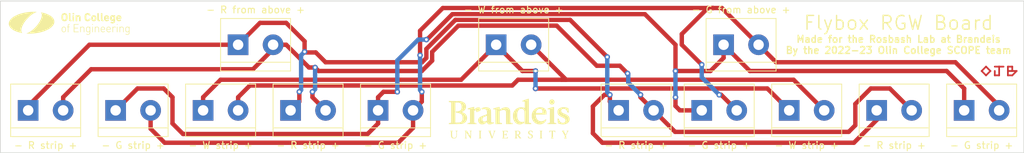
<source format=kicad_pcb>
(kicad_pcb (version 20211014) (generator pcbnew)
  (layers (0 "F.Cu" signal) (31 "B.Cu" signal) (34 "B.Paste" user) (35 "F.Paste" user) (36 "B.SilkS" user "B.Silkscreen") (37 "F.SilkS" user "F.Silkscreen") (38 "B.Mask" user) (39 "F.Mask" user) (44 "Edge.Cuts" user))
  (net 0 "")
  (net 1 "/R-")
  (net 2 "/R+")
  (net 3 "/G-")
  (net 4 "/G+")
  (net 5 "/W-")
  (net 6 "/W+")
  (footprint "LOGO" (layer "F.Cu") (at 137.16 43.815)
    (fp_text reference "G***")
    (fp_text value "LOGO" hide)
  )
  (footprint "TerminalBlock:TerminalBlock_bornier-2_P5.08mm" (layer "F.Cu") (at 165.1 42.545)
    (fp_text reference "J8")
    (fp_text value "- G strip +" (at 2.54 5.08) (layer "F.SilkS"))
    (pad "1" thru_hole rect (at 0 0) (size 3 3) (drill 1.52) (layers *.Cu *.Mask) (net 3 "/G-"))
    (pad "2" thru_hole circle (at 5.08 0) (size 3 3) (drill 1.52) (layers *.Cu *.Mask) (net 4 "/G+"))
  )
  (footprint "TerminalBlock:TerminalBlock_bornier-2_P5.08mm" (layer "F.Cu") (at 203.2 42.545)
    (fp_text reference "J2")
    (fp_text value "- G strip +" (at 2.54 5.08) (layer "F.SilkS"))
    (pad "1" thru_hole rect (at 0 0) (size 3 3) (drill 1.52) (layers *.Cu *.Mask) (net 3 "/G-"))
    (pad "2" thru_hole circle (at 5.08 0) (size 3 3) (drill 1.52) (layers *.Cu *.Mask) (net 4 "/G+"))
  )
  (footprint "TerminalBlock:TerminalBlock_bornier-2_P5.08mm" (layer "F.Cu") (at 80.01 42.545)
    (fp_text reference "J13")
    (fp_text value "- G strip +" (at 2.54 5.08) (layer "F.SilkS"))
    (pad "1" thru_hole rect (at 0 0) (size 3 3) (drill 1.52) (layers *.Cu *.Mask) (net 3 "/G-"))
    (pad "2" thru_hole circle (at 5.08 0) (size 3 3) (drill 1.52) (layers *.Cu *.Mask) (net 4 "/G+"))
  )
  (footprint "TerminalBlock:TerminalBlock_bornier-2_P5.08mm" (layer "F.Cu") (at 97.79 33.02)
    (fp_text reference "J3")
    (fp_text value "- R from above +" (at 2.54 -5.08) (layer "F.SilkS"))
    (pad "1" thru_hole rect (at 0 0) (size 3 3) (drill 1.52) (layers *.Cu *.Mask) (net 1 "/R-"))
    (pad "2" thru_hole circle (at 5.08 0) (size 3 3) (drill 1.52) (layers *.Cu *.Mask) (net 2 "/R+"))
  )
  (footprint "TerminalBlock:TerminalBlock_bornier-2_P5.08mm" (layer "F.Cu") (at 190.5 42.545)
    (fp_text reference "J12")
    (fp_text value "- R strip +" (at 2.54 5.08) (layer "F.SilkS"))
    (pad "1" thru_hole rect (at 0 0) (size 3 3) (drill 1.52) (layers *.Cu *.Mask) (net 1 "/R-"))
    (pad "2" thru_hole circle (at 5.08 0) (size 3 3) (drill 1.52) (layers *.Cu *.Mask) (net 2 "/R+"))
  )
  (footprint "TerminalBlock:TerminalBlock_bornier-2_P5.08mm" (layer "F.Cu") (at 153.035 42.545)
    (fp_text reference "J7")
    (fp_text value "- R strip +" (at 2.54 5.08) (layer "F.SilkS"))
    (pad "1" thru_hole rect (at 0 0) (size 3 3) (drill 1.52) (layers *.Cu *.Mask) (net 1 "/R-"))
    (pad "2" thru_hole circle (at 5.08 0) (size 3 3) (drill 1.52) (layers *.Cu *.Mask) (net 2 "/R+"))
  )
  (footprint "LOGO" (layer "F.Cu") (at 73.025 29.845)
    (fp_text reference "G***")
    (fp_text value "LOGO" hide)
  )
  (footprint "TerminalBlock:TerminalBlock_bornier-2_P5.08mm" (layer "F.Cu") (at 92.71 42.545)
    (fp_text reference "J11")
    (fp_text value "- W strip +" (at 2.54 5.08) (layer "F.SilkS"))
    (pad "1" thru_hole rect (at 0 0) (size 3 3) (drill 1.52) (layers *.Cu *.Mask) (net 5 "/W-"))
    (pad "2" thru_hole circle (at 5.08 0) (size 3 3) (drill 1.52) (layers *.Cu *.Mask) (net 6 "/W+"))
  )
  (footprint "TerminalBlock:TerminalBlock_bornier-2_P5.08mm" (layer "F.Cu") (at 118.11 42.545)
    (fp_text reference "J10")
    (fp_text value "- G strip +" (at 2.54 5.08) (layer "F.SilkS"))
    (pad "1" thru_hole rect (at 0 0) (size 3 3) (drill 1.52) (layers *.Cu *.Mask) (net 3 "/G-"))
    (pad "2" thru_hole circle (at 5.08 0) (size 3 3) (drill 1.52) (layers *.Cu *.Mask) (net 4 "/G+"))
  )
  (footprint "TerminalBlock:TerminalBlock_bornier-2_P5.08mm" (layer "F.Cu") (at 135.255 33.02)
    (fp_text reference "J6")
    (fp_text value "- W from above +" (at 2.54 -5.08) (layer "F.SilkS"))
    (pad "1" thru_hole rect (at 0 0) (size 3 3) (drill 1.52) (layers *.Cu *.Mask) (net 5 "/W-"))
    (pad "2" thru_hole circle (at 5.08 0) (size 3 3) (drill 1.52) (layers *.Cu *.Mask) (net 6 "/W+"))
  )
  (footprint "TerminalBlock:TerminalBlock_bornier-2_P5.08mm" (layer "F.Cu") (at 67.31 42.545)
    (fp_text reference "J9")
    (fp_text value "- R strip +" (at 2.54 5.08) (layer "F.SilkS"))
    (pad "1" thru_hole rect (at 0 0) (size 3 3) (drill 1.52) (layers *.Cu *.Mask) (net 1 "/R-"))
    (pad "2" thru_hole circle (at 5.08 0) (size 3 3) (drill 1.52) (layers *.Cu *.Mask) (net 2 "/R+"))
  )
  (footprint "TerminalBlock:TerminalBlock_bornier-2_P5.08mm" (layer "F.Cu") (at 177.8 42.545)
    (fp_text reference "J4")
    (fp_text value "- W strip +" (at 2.54 5.08) (layer "F.SilkS"))
    (pad "1" thru_hole rect (at 0 0) (size 3 3) (drill 1.52) (layers *.Cu *.Mask) (net 5 "/W-"))
    (pad "2" thru_hole circle (at 5.08 0) (size 3 3) (drill 1.52) (layers *.Cu *.Mask) (net 6 "/W+"))
  )
  (footprint "TerminalBlock:TerminalBlock_bornier-2_P5.08mm" (layer "F.Cu") (at 168.275 33.02)
    (fp_text reference "J5")
    (fp_text value "- G from above +" (at 2.54 -5.08) (layer "F.SilkS"))
    (pad "1" thru_hole rect (at 0 0) (size 3 3) (drill 1.52) (layers *.Cu *.Mask) (net 3 "/G-"))
    (pad "2" thru_hole circle (at 5.08 0) (size 3 3) (drill 1.52) (layers *.Cu *.Mask) (net 4 "/G+"))
  )
  (footprint "TerminalBlock:TerminalBlock_bornier-2_P5.08mm" (layer "F.Cu") (at 105.41 42.545)
    (fp_text reference "J1")
    (fp_text value "- R strip +" (at 2.54 5.08) (layer "F.SilkS"))
    (pad "1" thru_hole rect (at 0 0) (size 3 3) (drill 1.52) (layers *.Cu *.Mask) (net 1 "/R-"))
    (pad "2" thru_hole circle (at 5.08 0) (size 3 3) (drill 1.52) (layers *.Cu *.Mask) (net 2 "/R+"))
  )
  (gr_rect (start 63.2714 26.67) (end 211.8614 48.6918) (layer "Edge.Cuts") (width 0.1) (fill none))
  (gr_text "Made for the Rosbash Lab at Brandeis\nBy the 2022-23 Olin College SCOPE team" (at 193.675 33.02) (layer "F.SilkS") (effects (font (size 1 1) (thickness 0.2))))
  (gr_text "Flybox RGW Board\n" (at 193.675 29.845) (layer "F.SilkS") (effects (font (size 2 2) (thickness 0.2))))
  (segment (start 210.82 36.83) (end 209.55 36.83) (width 0.25) (layer "F.Cu") (net 0))
  (segment (start 210.185 36.195) (end 210.185 36.83) (width 0.25) (layer "F.Cu") (net 0))
  (segment (start 207.645 36.195) (end 208.28 36.195) (width 0.25) (layer "F.Cu") (net 0))
  (segment (start 209.55 36.195) (end 209.55 37.465) (width 0.25) (layer "F.Cu") (net 0))
  (segment (start 207.01 36.83) (end 206.375 37.465) (width 0.25) (layer "F.Cu") (net 0))
  (segment (start 205.74 36.83) (end 206.375 36.195) (width 0.25) (layer "F.Cu") (net 0))
  (segment (start 207.645 37.465) (end 207.645 36.83) (width 0.25) (layer "F.Cu") (net 0))
  (segment (start 209.55 37.465) (end 210.185 37.465) (width 0.25) (layer "F.Cu") (net 0))
  (segment (start 206.375 36.195) (end 207.01 36.83) (width 0.25) (layer "F.Cu") (net 0))
  (segment (start 210.185 37.465) (end 210.82 36.83) (width 0.25) (layer "F.Cu") (net 0))
  (segment (start 208.28 36.195) (end 208.28 37.465) (width 0.25) (layer "F.Cu") (net 0))
  (segment (start 209.55 36.195) (end 210.185 36.195) (width 0.25) (layer "F.Cu") (net 0))
  (segment (start 206.375 37.465) (end 205.74 36.83) (width 0.25) (layer "F.Cu") (net 0))
  (segment (start 208.28 37.465) (end 207.645 37.465) (width 0.25) (layer "F.Cu") (net 0))
  (segment (start 208.28 36.195) (end 208.915 36.195) (width 0.25) (layer "F.Cu") (net 0))
  (segment (start 100.965 29.845) (end 104.775 29.845) (width 0.635) (layer "F.Cu") (net 1))
  (segment (start 97.79 33.02) (end 76.2 33.02) (width 0.635) (layer "F.Cu") (net 1))
  (segment (start 190.5 43.942) (end 190.5 42.545) (width 0.635) (layer "F.Cu") (net 1))
  (segment (start 104.775 29.845) (end 107.442 32.512) (width 0.635) (layer "F.Cu") (net 1))
  (segment (start 129.34 29.41) (end 125.1235 33.6265) (width 0.635) (layer "F.Cu") (net 1))
  (segment (start 125.1235 34.924041) (end 124.487541 35.56) (width 0.635) (layer "F.Cu") (net 1))
  (segment (start 151.765 41.275) (end 153.035 42.545) (width 0.635) (layer "F.Cu") (net 1))
  (segment (start 151.384 34.798) (end 145.996 29.41) (width 0.635) (layer "F.Cu") (net 1))
  (segment (start 109.0676 34.1376) (end 107.442 34.1376) (width 0.635) (layer "F.Cu") (net 1))
  (segment (start 150.975 40.287) (end 149.3012 41.9608) (width 0.635) (layer "F.Cu") (net 1))
  (segment (start 151.765 40.287) (end 150.975 40.287) (width 0.635) (layer "F.Cu") (net 1))
  (segment (start 106.68 41.275) (end 105.41 42.545) (width 0.635) (layer "F.Cu") (net 1))
  (segment (start 97.79 33.02) (end 100.965 29.845) (width 0.635) (layer "F.Cu") (net 1))
  (segment (start 125.1235 33.6265) (end 125.1235 34.924041) (width 0.635) (layer "F.Cu") (net 1))
  (segment (start 107.442 34.036) (end 107.442 34.1376) (width 0.635) (layer "F.Cu") (net 1))
  (segment (start 149.3012 45.8724) (end 150.6728 47.244) (width 0.635) (layer "F.Cu") (net 1))
  (segment (start 107.442 32.512) (end 107.442 34.036) (width 0.635) (layer "F.Cu") (net 1))
  (segment (start 150.6728 47.244) (end 187.198 47.244) (width 0.635) (layer "F.Cu") (net 1))
  (segment (start 76.2 33.02) (end 67.31 41.91) (width 0.635) (layer "F.Cu") (net 1))
  (segment (start 106.68 39.852) (end 106.68 41.275) (width 0.635) (layer "F.Cu") (net 1))
  (segment (start 149.3012 41.9608) (end 149.3012 45.8724) (width 0.635) (layer "F.Cu") (net 1))
  (segment (start 124.487541 35.56) (end 110.49 35.56) (width 0.635) (layer "F.Cu") (net 1))
  (segment (start 67.31 41.91) (end 67.31 42.545) (width 0.635) (layer "F.Cu") (net 1))
  (segment (start 110.49 35.56) (end 109.0676 34.1376) (width 0.635) (layer "F.Cu") (net 1))
  (segment (start 187.198 47.244) (end 190.5 43.942) (width 0.635) (layer "F.Cu") (net 1))
  (segment (start 145.996 29.41) (end 129.34 29.41) (width 0.635) (layer "F.Cu") (net 1))
  (segment (start 151.765 40.287) (end 151.765 41.275) (width 0.635) (layer "F.Cu") (net 1))
  (via (at 151.765 40.287) (size 0.8) (drill 0.4) (layers "F.Cu" "B.Cu") (net 1))
  (via (at 107.442 34.036) (size 0.8) (drill 0.4) (layers "F.Cu" "B.Cu") (net 1))
  (via (at 106.68 39.852) (size 0.8) (drill 0.4) (layers "F.Cu" "B.Cu") (net 1))
  (via (at 151.384 34.798) (size 0.8) (drill 0.4) (layers "F.Cu" "B.Cu") (net 1))
  (segment (start 151.384 39.906) (end 151.384 34.798) (width 0.635) (layer "B.Cu") (net 1))
  (segment (start 106.934 34.544) (end 107.442 34.036) (width 0.635) (layer "B.Cu") (net 1))
  (segment (start 106.934 39.598) (end 106.934 34.544) (width 0.635) (layer "B.Cu") (net 1))
  (segment (start 106.68 39.852) (end 106.934 39.598) (width 0.635) (layer "B.Cu") (net 1))
  (segment (start 151.765 40.287) (end 151.384 39.906) (width 0.635) (layer "B.Cu") (net 1))
  (segment (start 102.87 33.02) (end 102.87 33.655) (width 0.635) (layer "F.Cu") (net 2))
  (segment (start 189.64 39.37) (end 192.405 39.37) (width 0.635) (layer "F.Cu") (net 2))
  (segment (start 186.436 45.6692) (end 187.4012 44.704) (width 0.635) (layer "F.Cu") (net 2))
  (segment (start 102.87 33.655) (end 99.949 36.576) (width 0.635) (layer "F.Cu") (net 2))
  (segment (start 125.9585 34.0615) (end 125.9585 35.3315) (width 0.635) (layer "F.Cu") (net 2))
  (segment (start 161.2392 45.6692) (end 186.436 45.6692) (width 0.635) (layer "F.Cu") (net 2))
  (segment (start 156.21 40.64) (end 158.115 42.545) (width 0.635) (layer "F.Cu") (net 2))
  (segment (start 76.454 36.576) (end 72.39 40.64) (width 0.635) (layer "F.Cu") (net 2))
  (segment (start 187.4012 44.704) (end 187.4012 41.6088) (width 0.635) (layer "F.Cu") (net 2))
  (segment (start 124.46 36.83) (end 109.474 36.83) (width 0.635) (layer "F.Cu") (net 2))
  (segment (start 156.21 40.287) (end 156.21 40.64) (width 0.635) (layer "F.Cu") (net 2))
  (segment (start 109.474 36.83) (end 108.966 36.322) (width 0.635) (layer "F.Cu") (net 2))
  (segment (start 149.86 36.068) (end 144.037 30.245) (width 0.635) (layer "F.Cu") (net 2))
  (segment (start 144.037 30.245) (end 129.775 30.245) (width 0.635) (layer "F.Cu") (net 2))
  (segment (start 108.966 36.322) (end 108.077 36.322) (width 0.635) (layer "F.Cu") (net 2))
  (segment (start 108.585 39.852) (end 108.585 40.64) (width 0.635) (layer "F.Cu") (net 2))
  (segment (start 129.775 30.245) (end 125.9585 34.0615) (width 0.635) (layer "F.Cu") (net 2))
  (segment (start 192.405 39.37) (end 195.58 42.545) (width 0.635) (layer "F.Cu") (net 2))
  (segment (start 104.775 33.02) (end 102.87 33.02) (width 0.635) (layer "F.Cu") (net 2))
  (segment (start 72.39 40.64) (end 72.39 42.545) (width 0.635) (layer "F.Cu") (net 2))
  (segment (start 108.077 36.322) (end 104.775 33.02) (width 0.635) (layer "F.Cu") (net 2))
  (segment (start 187.4012 41.6088) (end 189.64 39.37) (width 0.635) (layer "F.Cu") (net 2))
  (segment (start 125.9585 35.3315) (end 124.46 36.83) (width 0.635) (layer "F.Cu") (net 2))
  (segment (start 153.2154 36.068) (end 149.86 36.068) (width 0.635) (layer "F.Cu") (net 2))
  (segment (start 99.949 36.576) (end 76.454 36.576) (width 0.635) (layer "F.Cu") (net 2))
  (segment (start 108.585 40.64) (end 110.49 42.545) (width 0.635) (layer "F.Cu") (net 2))
  (segment (start 158.115 42.545) (end 161.2392 45.6692) (width 0.635) (layer "F.Cu") (net 2))
  (segment (start 154.3304 37.183) (end 153.2154 36.068) (width 0.635) (layer "F.Cu") (net 2))
  (via (at 108.966 36.322) (size 0.8) (drill 0.4) (layers "F.Cu" "B.Cu") (net 2))
  (via (at 156.21 40.287) (size 0.8) (drill 0.4) (layers "F.Cu" "B.Cu") (net 2))
  (via (at 108.585 39.852) (size 0.8) (drill 0.4) (layers "F.Cu" "B.Cu") (net 2))
  (via (at 154.3304 37.183) (size 0.8) (drill 0.4) (layers "F.Cu" "B.Cu") (net 2))
  (segment (start 154.432 38.509) (end 154.432 37.2846) (width 0.635) (layer "B.Cu") (net 2))
  (segment (start 108.585 39.852) (end 108.966 39.471) (width 0.635) (layer "B.Cu") (net 2))
  (segment (start 154.432 37.2846) (end 154.3304 37.183) (width 0.635) (layer "B.Cu") (net 2))
  (segment (start 156.21 40.287) (end 154.432 38.509) (width 0.635) (layer "B.Cu") (net 2))
  (segment (start 108.966 39.471) (end 108.966 36.322) (width 0.635) (layer "B.Cu") (net 2))
  (segment (start 128.905 28.575) (end 125.208583 32.271417) (width 0.635) (layer "F.Cu") (net 3))
  (segment (start 118.11 40.64) (end 118.898 39.852) (width 0.635) (layer "F.Cu") (net 3))
  (segment (start 86.995 39.37) (end 83.185 39.37) (width 0.635) (layer "F.Cu") (net 3))
  (segment (start 125.208583 32.271417) (end 125.123 32.271417) (width 0.635) (layer "F.Cu") (net 3))
  (segment (start 118.898 39.852) (end 120.904 39.852) (width 0.635) (layer "F.Cu") (net 3))
  (segment (start 118.11 44.45) (end 116.586 45.974) (width 0.635) (layer "F.Cu") (net 3))
  (segment (start 88.265 40.64) (end 86.995 39.37) (width 0.635) (layer "F.Cu") (net 3))
  (segment (start 156.845 28.575) (end 128.905 28.575) (width 0.635) (layer "F.Cu") (net 3))
  (segment (start 161.29 36.83) (end 161.29 33.02) (width 0.635) (layer "F.Cu") (net 3))
  (segment (start 203.2 39.37) (end 203.2 42.545) (width 0.635) (layer "F.Cu") (net 3))
  (segment (start 161.925 42.545) (end 165.1 42.545) (width 0.635) (layer "F.Cu") (net 3))
  (segment (start 118.11 42.545) (end 118.11 44.45) (width 0.635) (layer "F.Cu") (net 3))
  (segment (start 161.29 36.83) (end 166.37 36.83) (width 0.635) (layer "F.Cu") (net 3))
  (segment (start 161.29 40.64) (end 161.29 41.91) (width 0.635) (layer "F.Cu") (net 3))
  (segment (start 118.11 42.545) (end 118.11 40.64) (width 0.635) (layer "F.Cu") (net 3))
  (segment (start 88.265 44.45) (end 88.265 40.64) (width 0.635) (layer "F.Cu") (net 3))
  (segment (start 161.29 33.02) (end 156.845 28.575) (width 0.635) (layer "F.Cu") (net 3))
  (segment (start 168.275 33.02) (end 172.085 36.83) (width 0.635) (layer "F.Cu") (net 3))
  (segment (start 172.085 36.83) (end 200.66 36.83) (width 0.635) (layer "F.Cu") (net 3))
  (segment (start 116.586 45.974) (end 89.789 45.974) (width 0.635) (layer "F.Cu") (net 3))
  (segment (start 166.37 36.83) (end 168.275 34.925) (width 0.635) (layer "F.Cu") (net 3))
  (segment (start 168.275 34.925) (end 168.275 33.02) (width 0.635) (layer "F.Cu") (net 3))
  (segment (start 89.789 45.974) (end 88.265 44.45) (width 0.635) (layer "F.Cu") (net 3))
  (segment (start 161.29 41.91) (end 161.925 42.545) (width 0.635) (layer "F.Cu") (net 3))
  (segment (start 200.66 36.83) (end 203.2 39.37) (width 0.635) (layer "F.Cu") (net 3))
  (segment (start 83.185 39.37) (end 80.01 42.545) (width 0.635) (layer "F.Cu") (net 3))
  (via (at 161.29 36.83) (size 0.8) (drill 0.4) (layers "F.Cu" "B.Cu") (net 3))
  (via (at 161.29 40.64) (size 0.8) (drill 0.4) (layers "F.Cu" "B.Cu") (net 3))
  (via (at 125.123 32.271417) (size 0.8) (drill 0.4) (layers "F.Cu" "B.Cu") (net 3))
  (via (at 120.904 39.852) (size 0.8) (drill 0.4) (layers "F.Cu" "B.Cu") (net 3))
  (segment (start 123.938583 32.271417) (end 125.123 32.271417) (width 0.635) (layer "B.Cu") (net 3))
  (segment (start 161.29 40.64) (end 161.29 36.83) (width 0.635) (layer "B.Cu") (net 3))
  (segment (start 120.904 35.306) (end 123.938583 32.271417) (width 0.635) (layer "B.Cu") (net 3))
  (segment (start 120.904 39.852) (end 120.904 35.306) (width 0.635) (layer "B.Cu") (net 3))
  (segment (start 124.206 30.988) (end 127.508 27.686) (width 0.635) (layer "F.Cu") (net 4))
  (segment (start 124.46 41.275) (end 123.19 42.545) (width 0.635) (layer "F.Cu") (net 4))
  (segment (start 123.19 42.545) (end 123.19 45.085) (width 0.635) (layer "F.Cu") (net 4))
  (segment (start 87.122 47.244) (end 85.09 45.212) (width 0.635) (layer "F.Cu") (net 4))
  (segment (start 124.206 34.544) (end 124.206 30.988) (width 0.635) (layer "F.Cu") (net 4))
  (segment (start 85.09 45.212) (end 85.09 42.545) (width 0.635) (layer "F.Cu") (net 4))
  (segment (start 165.989 27.686) (end 166.751 27.686) (width 0.635) (layer "F.Cu") (net 4))
  (segment (start 201.93 35.56) (end 208.28 41.91) (width 0.635) (layer "F.Cu") (net 4))
  (segment (start 121.031 47.244) (end 87.122 47.244) (width 0.635) (layer "F.Cu") (net 4))
  (segment (start 175.895 35.56) (end 201.93 35.56) (width 0.635) (layer "F.Cu") (net 4))
  (segment (start 165.1 35.913) (end 162.207 33.02) (width 0.635) (layer "F.Cu") (net 4))
  (segment (start 208.28 41.91) (end 208.28 42.545) (width 0.635) (layer "F.Cu") (net 4))
  (segment (start 173.355 33.02) (end 175.895 35.56) (width 0.635) (layer "F.Cu") (net 4))
  (segment (start 167.922 40.287) (end 170.18 42.545) (width 0.635) (layer "F.Cu") (net 4))
  (segment (start 162.207 33.02) (end 162.207 31.468) (width 0.635) (layer "F.Cu") (net 4))
  (segment (start 124.46 39.852) (end 124.46 41.275) (width 0.635) (layer "F.Cu") (net 4))
  (segment (start 168.021 27.686) (end 173.355 33.02) (width 0.635) (layer "F.Cu") (net 4))
  (segment (start 166.751 27.686) (end 168.021 27.686) (width 0.635) (layer "F.Cu") (net 4))
  (segment (start 167.64 40.287) (end 167.922 40.287) (width 0.635) (layer "F.Cu") (net 4))
  (segment (start 162.207 31.468) (end 165.989 27.686) (width 0.635) (layer "F.Cu") (net 4))
  (segment (start 127.508 27.686) (end 166.751 27.686) (width 0.635) (layer "F.Cu") (net 4))
  (segment (start 123.19 45.085) (end 121.031 47.244) (width 0.635) (layer "F.Cu") (net 4))
  (via (at 124.46 39.852) (size 0.8) (drill 0.4) (layers "F.Cu" "B.Cu") (net 4))
  (via (at 124.206 34.544) (size 0.8) (drill 0.4) (layers "F.Cu" "B.Cu") (net 4))
  (via (at 165.1 35.913) (size 0.8) (drill 0.4) (layers "F.Cu" "B.Cu") (net 4))
  (via (at 167.64 40.287) (size 0.8) (drill 0.4) (layers "F.Cu" "B.Cu") (net 4))
  (segment (start 124.46 39.852) (end 124.206 39.598) (width 0.635) (layer "B.Cu") (net 4))
  (segment (start 165.1 37.747) (end 165.1 35.913) (width 0.635) (layer "B.Cu") (net 4))
  (segment (start 167.64 40.287) (end 165.1 37.747) (width 0.635) (layer "B.Cu") (net 4))
  (segment (start 124.206 39.598) (end 124.206 34.544) (width 0.635) (layer "B.Cu") (net 4))
  (segment (start 135.255 33.02) (end 130.175 38.1) (width 0.635) (layer "F.Cu") (net 5))
  (segment (start 92.71 40.64) (end 92.71 42.545) (width 0.635) (layer "F.Cu") (net 5))
  (segment (start 130.175 38.1) (end 95.25 38.1) (width 0.635) (layer "F.Cu") (net 5))
  (segment (start 174.625 39.37) (end 177.8 42.545) (width 0.635) (layer "F.Cu") (net 5))
  (segment (start 140.97 39.37) (end 174.625 39.37) (width 0.635) (layer "F.Cu") (net 5))
  (segment (start 95.25 38.1) (end 92.71 40.64) (width 0.635) (layer "F.Cu") (net 5))
  (segment (start 139.065 36.83) (end 135.255 33.02) (width 0.635) (layer "F.Cu") (net 5))
  (segment (start 140.97 36.83) (end 139.065 36.83) (width 0.635) (layer "F.Cu") (net 5))
  (via (at 140.97 36.83) (size 0.8) (drill 0.4) (layers "F.Cu" "B.Cu") (net 5))
  (via (at 140.97 39.37) (size 0.8) (drill 0.4) (layers "F.Cu" "B.Cu") (net 5))
  (segment (start 140.97 36.83) (end 140.97 39.37) (width 0.635) (layer "B.Cu") (net 5))
  (segment (start 145.415 38.1) (end 140.335 33.02) (width 0.635) (layer "F.Cu") (net 6))
  (segment (start 138.43 38.1) (end 144.78 38.1) (width 0.635) (layer "F.Cu") (net 6))
  (segment (start 144.78 38.1) (end 145.415 38.1) (width 0.635) (layer "F.Cu") (net 6))
  (segment (start 99.495 38.935) (end 137.595 38.935) (width 0.635) (layer "F.Cu") (net 6))
  (segment (start 97.79 40.64) (end 99.495 38.935) (width 0.635) (layer "F.Cu") (net 6))
  (segment (start 144.78 38.1) (end 178.435 38.1) (width 0.635) (layer "F.Cu") (net 6))
  (segment (start 138.43 38.1) (end 137.595 38.935) (width 0.635) (layer "F.Cu") (net 6))
  (segment (start 178.435 38.1) (end 182.88 42.545) (width 0.635) (layer "F.Cu") (net 6))
  (segment (start 97.79 42.545) (end 97.79 40.64) (width 0.635) (layer "F.Cu") (net 6))
)
</source>
